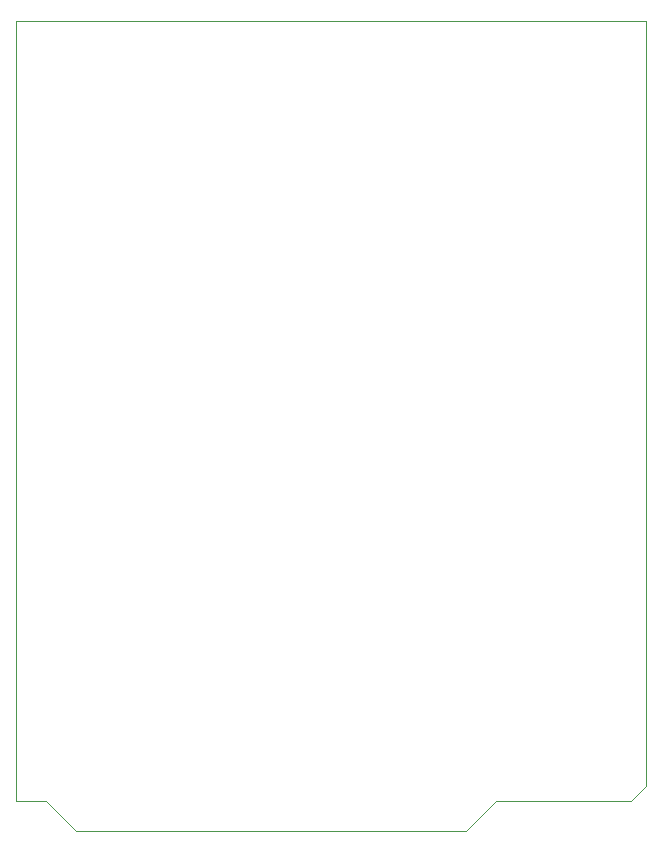
<source format=gm1>
G04 #@! TF.FileFunction,Profile,NP*
%FSLAX46Y46*%
G04 Gerber Fmt 4.6, Leading zero omitted, Abs format (unit mm)*
G04 Created by KiCad (PCBNEW 4.0.2+e4-6225~38~ubuntu16.04.1-stable) date Mo 27 Jun 2016 13:05:29 CEST*
%MOMM*%
G01*
G04 APERTURE LIST*
%ADD10C,0.100000*%
G04 APERTURE END LIST*
D10*
X81280000Y-133350000D02*
X81280000Y-67310000D01*
X83820000Y-133350000D02*
X81280000Y-133350000D01*
X86360000Y-135890000D02*
X83820000Y-133350000D01*
X119380000Y-135890000D02*
X86360000Y-135890000D01*
X121920000Y-133350000D02*
X119380000Y-135890000D01*
X133350000Y-133350000D02*
X121920000Y-133350000D01*
X134620000Y-132080000D02*
X133350000Y-133350000D01*
X134620000Y-67310000D02*
X134620000Y-132080000D01*
X81280000Y-67310000D02*
X134620000Y-67310000D01*
M02*

</source>
